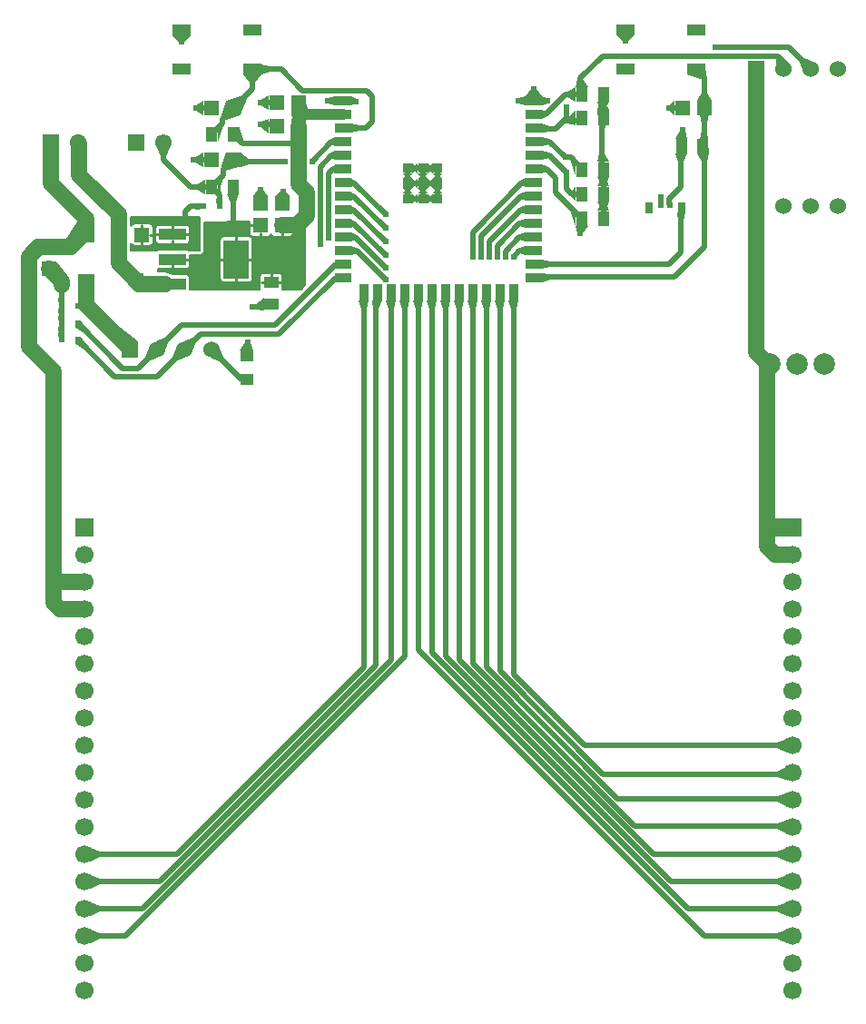
<source format=gtl>
G04 Layer: TopLayer*
G04 EasyEDA Pro v2.2.28.1, 2024-09-11 15:41:32*
G04 Gerber Generator version 0.3*
G04 Scale: 100 percent, Rotated: No, Reflected: No*
G04 Dimensions in millimeters*
G04 Leading zeros omitted, absolute positions, 3 integers and 5 decimals*
%FSLAX35Y35*%
%MOMM*%
%ADD10C,0.2032*%
%ADD11C,0.254*%
%ADD12R,1.13254X1.37701*%
%ADD13R,1.41X1.35001*%
%ADD14C,1.524*%
%ADD15R,1.524X1.524*%
%ADD16C,2.0*%
%ADD17R,1.55X1.55*%
%ADD18C,1.5538*%
%ADD19C,1.55*%
%ADD20R,1.35001X1.41*%
%ADD21R,0.6X0.6*%
%ADD22R,0.6X0.6*%
%ADD23R,2.49999X1.1*%
%ADD24R,2.34X3.59999*%
%ADD25R,1.41X1.35001*%
%ADD26R,1.35001X1.41*%
%ADD27R,1.5X0.9*%
%ADD28R,0.9X1.5*%
%ADD29R,0.9X0.9*%
%ADD30R,1.13254X1.37701*%
%ADD31R,1.25001X1.0*%
%ADD32R,1.37701X1.13254*%
%ADD33R,1.53901X2.06251*%
%ADD34R,1.7X1.0*%
%ADD35R,1.7X1.7*%
%ADD36C,1.7*%
%ADD37R,0.5X0.5*%
%ADD38R,0.7X1.0*%
%ADD39C,0.61*%
%ADD40C,0.4*%
%ADD41C,0.508*%
%ADD42C,1.016*%
G75*


G04 Copper Start*
G36*
G01X-2872486Y-2008765D02*
G01X-2872486Y-1927983D01*
G01X-2232664Y-1927983D01*
G01X-2232664Y-2240911D01*
G01X-2334303Y-2240911D01*
G03X-2356395Y-2233286I-22092J-28189D01*
G01X-2606394Y-2233286D01*
G03X-2628486Y-2240911I0J-35814D01*
G01X-2872486Y-2240911D01*
G01X-2872486Y-2182235D01*
G03X-2870200Y-2178054I-30211J19234D01*
G03X-2837703Y-2198814I32497J15053D01*
G01X-2696703Y-2198814D01*
G03X-2660889Y-2163000I0J35814D01*
G01X-2660889Y-2027999D01*
G03X-2696703Y-1992185I-35814J0D01*
G01X-2837703Y-1992185D01*
G03X-2870200Y-2012946I0J-35814D01*
G03X-2872486Y-2008765I-32497J-15053D01*
G37*
%LPC*%
G36*
G01X-2320581Y-2039103D02*
G03X-2356395Y-2003289I-35814J0D01*
G01X-2606394Y-2003289D01*
G03X-2642208Y-2039103I0J-35814D01*
G01X-2642208Y-2149103D01*
G03X-2606394Y-2184917I35814J0D01*
G01X-2356395Y-2184917D01*
G03X-2320581Y-2149103I0J35814D01*
G01X-2320581Y-2039103D01*
G37*
%LPD*%
G36*
G01X-2549102Y-2440686D02*
G01X-2618472Y-2440686D01*
G01X-2618511Y-2412802D01*
G03X-2606394Y-2414914I12117J33702D01*
G01X-2356395Y-2414914D01*
G03X-2320581Y-2379100I0J35814D01*
G01X-2320581Y-2286885D01*
G01X-2222504Y-2286885D01*
G03X-2186690Y-2251071I0J35814D01*
G01X-2186690Y-1978570D01*
G01X-1767014Y-1974945D01*
G01X-1767014Y-2079894D01*
G03X-1731200Y-2115708I35814J0D01*
G01X-1596199Y-2115708D01*
G03X-1562100Y-2090843I0J35814D01*
G03X-1528000Y-2115708I34100J10948D01*
G01X-1392999Y-2115708D01*
G03X-1357185Y-2079894I0J35814D01*
G01X-1357185Y-1971405D01*
G01X-1246387Y-1970448D01*
G01X-1246387Y-2566433D01*
G01X-1283536Y-2603582D01*
G01X-1457633Y-2603582D01*
G03X-1457435Y-2599827I-35617J3755D01*
G01X-1457435Y-2486574D01*
G03X-1493249Y-2450760I-35814J0D01*
G01X-1630951Y-2450760D01*
G03X-1666765Y-2486574I0J-35814D01*
G01X-1666765Y-2599827D01*
G03X-1666567Y-2603582I35814J0D01*
G01X-2320581Y-2603582D01*
G01X-2320581Y-2499097D01*
G03X-2356395Y-2463283I-35814J0D01*
G01X-2481635Y-2463283D01*
G03X-2549102Y-2440686I-67467J-89417D01*
G37*
%LPC*%
G36*
G01X-1734589Y-2144100D02*
G03X-1770403Y-2108286I-35814J0D01*
G01X-2004403Y-2108286D01*
G03X-2040217Y-2144100I0J-35814D01*
G01X-2040217Y-2504100D01*
G03X-2004403Y-2539914I35814J0D01*
G01X-1770403Y-2539914D01*
G03X-1734589Y-2504100I0J35814D01*
G01X-1734589Y-2144100D01*
G37*
%LPD*%
G54D10*
G01X-2872486Y-2008765D02*
G01X-2872486Y-1927983D01*
G01X-2232664Y-1927983D01*
G01X-2232664Y-2240911D01*
G01X-2334303Y-2240911D01*
G03X-2356395Y-2233286I-22092J-28189D01*
G01X-2606394Y-2233286D01*
G03X-2628486Y-2240911I0J-35814D01*
G01X-2872486Y-2240911D01*
G01X-2872486Y-2182235D01*
G03X-2870200Y-2178054I-30211J19234D01*
G03X-2837703Y-2198814I32497J15053D01*
G01X-2696703Y-2198814D01*
G03X-2660889Y-2163000I0J35814D01*
G01X-2660889Y-2027999D01*
G03X-2696703Y-1992185I-35814J0D01*
G01X-2837703Y-1992185D01*
G03X-2870200Y-2012946I0J-35814D01*
G03X-2872486Y-2008765I-32497J-15053D01*
G01X-2320581Y-2039103D02*
G03X-2356395Y-2003289I-35814J0D01*
G01X-2606394Y-2003289D01*
G03X-2642208Y-2039103I0J-35814D01*
G01X-2642208Y-2149103D01*
G03X-2606394Y-2184917I35814J0D01*
G01X-2356395Y-2184917D01*
G03X-2320581Y-2149103I0J35814D01*
G01X-2320581Y-2039103D01*
G01X-2549102Y-2440686D02*
G01X-2618472Y-2440686D01*
G01X-2618511Y-2412802D01*
G03X-2606394Y-2414914I12117J33702D01*
G01X-2356395Y-2414914D01*
G03X-2320581Y-2379100I0J35814D01*
G01X-2320581Y-2286885D01*
G01X-2222504Y-2286885D01*
G03X-2186690Y-2251071I0J35814D01*
G01X-2186690Y-1978570D01*
G01X-1767014Y-1974945D01*
G01X-1767014Y-2079894D01*
G03X-1731200Y-2115708I35814J0D01*
G01X-1596199Y-2115708D01*
G03X-1562100Y-2090843I0J35814D01*
G03X-1528000Y-2115708I34100J10948D01*
G01X-1392999Y-2115708D01*
G03X-1357185Y-2079894I0J35814D01*
G01X-1357185Y-1971405D01*
G01X-1246387Y-1970448D01*
G01X-1246387Y-2566433D01*
G01X-1283536Y-2603582D01*
G01X-1457633Y-2603582D01*
G03X-1457435Y-2599827I-35617J3755D01*
G01X-1457435Y-2486574D01*
G03X-1493249Y-2450760I-35814J0D01*
G01X-1630951Y-2450760D01*
G03X-1666765Y-2486574I0J-35814D01*
G01X-1666765Y-2599827D01*
G03X-1666567Y-2603582I35814J0D01*
G01X-2320581Y-2603582D01*
G01X-2320581Y-2499097D01*
G03X-2356395Y-2463283I-35814J0D01*
G01X-2481635Y-2463283D01*
G03X-2549102Y-2440686I-67467J-89417D01*
G01X-1734589Y-2144100D02*
G03X-1770403Y-2108286I-35814J0D01*
G01X-2004403Y-2108286D01*
G03X-2040217Y-2144100I0J-35814D01*
G01X-2040217Y-2504100D01*
G03X-2004403Y-2539914I35814J0D01*
G01X-1770403Y-2539914D01*
G03X-1734589Y-2504100I0J35814D01*
G01X-1734589Y-2144100D01*
G54D11*
G01X-2696957Y-2095500D02*
G01X-2671049Y-2095500D01*
G01X-2767203Y-2162746D02*
G01X-2767203Y-2188654D01*
G01X-2767203Y-2028253D02*
G01X-2767203Y-2002345D01*
G01X-2356649Y-2094103D02*
G01X-2330741Y-2094103D01*
G01X-2606140Y-2094103D02*
G01X-2632048Y-2094103D01*
G01X-2481395Y-2148849D02*
G01X-2481395Y-2174757D01*
G01X-2481395Y-2039357D02*
G01X-2481395Y-2013449D01*
G01X-1562100Y-2486828D02*
G01X-1562100Y-2460920D01*
G01X-1630697Y-2543200D02*
G01X-1656605Y-2543200D01*
G01X-1493503Y-2543200D02*
G01X-1467595Y-2543200D01*
G01X-1770657Y-2324100D02*
G01X-1744749Y-2324100D01*
G01X-2004149Y-2324100D02*
G01X-2030057Y-2324100D01*
G01X-1887403Y-2503846D02*
G01X-1887403Y-2529754D01*
G01X-1887403Y-2144354D02*
G01X-1887403Y-2118446D01*
G01X-1663700Y-2079640D02*
G01X-1663700Y-2105548D01*
G01X-1730946Y-2009394D02*
G01X-1756854Y-2009394D01*
G01X-1460500Y-2079640D02*
G01X-1460500Y-2105548D01*
G01X-1393253Y-2009394D02*
G01X-1367345Y-2009394D01*
G01X-2356649Y-2324100D02*
G01X-2330741Y-2324100D01*
G01X-2481395Y-2378846D02*
G01X-2481395Y-2404754D01*
G04 Copper End*

G04 TearDrop Start*
G36*
G01X1560500Y-1630951D02*
G01X1591727Y-1554751D01*
G01X1478473Y-1554751D01*
G01X1509700Y-1630951D01*
G01X1560500Y-1630951D01*
G37*
G36*
G01X1549400Y-1340849D02*
G01X1498600Y-1340849D01*
G01X1478473Y-1417049D01*
G01X1591727Y-1417049D01*
G01X1549400Y-1340849D01*
G37*
G36*
G01X1259389Y-1363168D02*
G01X1224592Y-1400213D01*
G01X1278473Y-1543897D01*
G01X1278473Y-1417049D01*
G01X1259389Y-1363168D01*
G37*
G36*
G01X1560500Y-1569449D02*
G01X1509700Y-1569449D01*
G01X1478473Y-1645649D01*
G01X1591727Y-1645649D01*
G01X1560500Y-1569449D01*
G37*
G36*
G01X1560500Y-1859551D02*
G01X1591727Y-1783351D01*
G01X1478473Y-1783351D01*
G01X1509700Y-1859551D01*
G01X1560500Y-1859551D01*
G37*
G36*
G01X1244600Y-1689100D02*
G01X1244600Y-1739900D01*
G01X1278473Y-1783351D01*
G01X1278473Y-1645649D01*
G01X1244600Y-1689100D01*
G37*
G36*
G01X1498600Y-932451D02*
G01X1549400Y-932451D01*
G01X1591727Y-856251D01*
G01X1478473Y-856251D01*
G01X1498600Y-932451D01*
G37*
G36*
G01X1202273Y-812800D02*
G01X1278473Y-856251D01*
G01X1278473Y-718549D01*
G01X1202273Y-762000D01*
G01X1202273Y-812800D01*
G37*
G36*
G01X1295400Y-642349D02*
G01X1278473Y-718549D01*
G01X1391727Y-718549D01*
G01X1346200Y-642349D01*
G01X1295400Y-642349D01*
G37*
G36*
G01X1498600Y-1117600D02*
G01X1549400Y-1117600D01*
G01X1591727Y-934449D01*
G01X1478473Y-934449D01*
G01X1498600Y-1117600D01*
G37*
G36*
G01X1498600Y-858249D02*
G01X1478473Y-934449D01*
G01X1591727Y-934449D01*
G01X1549400Y-858249D01*
G01X1498600Y-858249D01*
G37*
G36*
G01X1202273Y-1003300D02*
G01X1202273Y-1054100D01*
G01X1278473Y-1072151D01*
G01X1278473Y-939800D01*
G01X1202273Y-1003300D01*
G37*
G36*
G01X1560500Y-1798049D02*
G01X1509700Y-1798049D01*
G01X1478473Y-1874249D01*
G01X1591727Y-1874249D01*
G01X1560500Y-1798049D01*
G37*
G36*
G01X1295400Y-2082800D02*
G01X1346200Y-2082800D01*
G01X1391727Y-2011951D01*
G01X1278473Y-2011951D01*
G01X1295400Y-2082800D01*
G37*
G36*
G01X1224592Y-1870113D02*
G01X1278473Y-2011951D01*
G01X1278473Y-1874249D01*
G01X1246689Y-1820368D01*
G01X1224592Y-1870113D01*
G37*
G36*
G01X-2024561Y-1458817D02*
G01X-1988639Y-1494738D01*
G01X-1868600Y-1464500D01*
G01X-1986803Y-1329499D01*
G01X-2024561Y-1458817D01*
G37*
G36*
G01X-1769603Y-1435100D02*
G01X-1769603Y-1384300D01*
G01X-1845803Y-1329499D01*
G01X-1845803Y-1464500D01*
G01X-1769603Y-1435100D01*
G37*
G36*
G01X-2268997Y-1371600D02*
G01X-2268997Y-1422400D01*
G01X-2192797Y-1464500D01*
G01X-2192797Y-1329499D01*
G01X-2268997Y-1371600D01*
G37*
G36*
G01X-2125672Y-3238350D02*
G01X-2047262Y-3271859D01*
G01X-2011341Y-3235938D01*
G01X-2044850Y-3157528D01*
G01X-2125672Y-3238350D01*
G37*
G36*
G01X-2450950Y-3157528D02*
G01X-2484459Y-3235938D01*
G01X-2448538Y-3271859D01*
G01X-2370128Y-3238350D01*
G01X-2450950Y-3157528D01*
G37*
G36*
G01X-2299942Y-3176001D02*
G01X-2261233Y-3097254D01*
G01X-2292891Y-3057070D01*
G01X-2370676Y-3086217D01*
G01X-2299942Y-3176001D01*
G37*
G36*
G01X-2704950Y-3157528D02*
G01X-2738459Y-3235938D01*
G01X-2702538Y-3271859D01*
G01X-2624128Y-3238350D01*
G01X-2704950Y-3157528D01*
G37*
G36*
G01X-2552850Y-3167072D02*
G01X-2519341Y-3088662D01*
G01X-2555262Y-3052741D01*
G01X-2633672Y-3086250D01*
G01X-2552850Y-3167072D01*
G37*
G36*
G01X-3008975Y-2924455D02*
G01X-3120745Y-3028212D01*
G01X-2959100Y-3086100D01*
G01X-2806700Y-3086100D01*
G01X-3008975Y-2924455D01*
G37*
G36*
G01X3035300Y-2133600D02*
G01X3035300Y-1905000D01*
G01X2882900Y-1905000D01*
G01X2882900Y-2133600D01*
G01X3035300Y-2133600D01*
G37*
G36*
G01X3035300Y-1524000D02*
G01X2882900Y-1524000D01*
G01X2882900Y-1752600D01*
G01X3035300Y-1752600D01*
G01X3035300Y-1524000D01*
G37*
G36*
G01X3471872Y-470050D02*
G01X3393462Y-436541D01*
G01X3357541Y-472462D01*
G01X3391050Y-550872D01*
G01X3471872Y-470050D01*
G37*
G36*
G01X3263477Y-488928D02*
G01X3187701Y-418740D01*
G01X3144339Y-447221D01*
G01X3150079Y-503265D01*
G01X3263477Y-488928D01*
G37*
G36*
G01X3035300Y-850900D02*
G01X3035300Y-622300D01*
G01X2882900Y-622300D01*
G01X2882900Y-850900D01*
G01X3035300Y-850900D01*
G37*
G36*
G01X-3695700Y-1538000D02*
G01X-3543300Y-1538000D01*
G01X-3542000Y-1309400D01*
G01X-3696999Y-1309400D01*
G01X-3695700Y-1538000D01*
G37*
G36*
G01X-2623525Y-1283161D02*
G01X-2590800Y-1363650D01*
G01X-2540000Y-1363650D01*
G01X-2507275Y-1283161D01*
G01X-2623525Y-1283161D01*
G37*
G36*
G01X-1848361Y-1262561D02*
G01X-1812440Y-1226639D01*
G01X-1862673Y-1086849D01*
G01X-1862673Y-1224551D01*
G01X-1848361Y-1262561D01*
G37*
G36*
G01X-2037261Y-1037740D02*
G01X-2062673Y-1086849D01*
G01X-2062673Y-1224551D01*
G01X-2008792Y-1081113D01*
G01X-2037261Y-1037740D01*
G37*
G36*
G01X-1893900Y-1796051D02*
G01X-1862673Y-1719851D01*
G01X-1975927Y-1719851D01*
G01X-1944700Y-1796051D01*
G01X-1893900Y-1796051D01*
G37*
G36*
G01X-2032489Y-1528268D02*
G01X-2062673Y-1582149D01*
G01X-2062673Y-1719851D01*
G01X-2008792Y-1576413D01*
G01X-2032489Y-1528268D01*
G37*
G36*
G01X-2063867Y-1742354D02*
G01X-2027946Y-1706433D01*
G01X-2062673Y-1582149D01*
G01X-2062673Y-1719851D01*
G01X-2063867Y-1742354D01*
G37*
G36*
G01X-2252127Y-1625600D02*
G01X-2252127Y-1676400D01*
G01X-2175927Y-1719851D01*
G01X-2175927Y-1582149D01*
G01X-2252127Y-1625600D01*
G37*
G36*
G01X-1659397Y-1092200D02*
G01X-1583197Y-1147000D01*
G01X-1583197Y-1011999D01*
G01X-1659397Y-1041400D01*
G01X-1659397Y-1092200D01*
G37*
G36*
G01X-1659397Y-889000D02*
G01X-1583197Y-931100D01*
G01X-1583197Y-796099D01*
G01X-1659397Y-838200D01*
G01X-1659397Y-889000D01*
G37*
G36*
G01X-3571782Y-2582579D02*
G01X-3464018Y-2474815D01*
G01X-3564699Y-2343897D01*
G01X-3564699Y-2484897D01*
G01X-3571782Y-2582579D01*
G37*
G36*
G01X-3491293Y-2649700D02*
G01X-3542093Y-2649700D01*
G01X-3546693Y-2725900D01*
G01X-3486694Y-2725900D01*
G01X-3491293Y-2649700D01*
G37*
G36*
G01X-3491293Y-2862100D02*
G01X-3486694Y-2785900D01*
G01X-3546693Y-2785900D01*
G01X-3542093Y-2862100D01*
G01X-3491293Y-2862100D01*
G37*
G36*
G01X-3282825Y-2968961D02*
G01X-3336707Y-2891000D01*
G01X-3396706Y-2951000D01*
G01X-3318746Y-3004881D01*
G01X-3282825Y-2968961D01*
G37*
G36*
G01X-3491293Y-3027200D02*
G01X-3486694Y-2951000D01*
G01X-3546693Y-2951000D01*
G01X-3542093Y-3027200D01*
G01X-3491293Y-3027200D01*
G37*
G36*
G01X-3491293Y-2814800D02*
G01X-3542093Y-2814800D01*
G01X-3546693Y-2891000D01*
G01X-3486694Y-2891000D01*
G01X-3491293Y-2814800D01*
G37*
G36*
G01X-3282825Y-3121361D02*
G01X-3336707Y-3043400D01*
G01X-3396706Y-3103400D01*
G01X-3318746Y-3157281D01*
G01X-3282825Y-3121361D01*
G37*
G36*
G01X-3491293Y-2967200D02*
G01X-3542093Y-2967200D01*
G01X-3546693Y-3043400D01*
G01X-3486694Y-3043400D01*
G01X-3491293Y-2967200D01*
G37*
G36*
G01X-2071306Y-1724393D02*
G01X-2075906Y-1798800D01*
G01X-2015907Y-1798800D01*
G01X-2020506Y-1724393D01*
G01X-2071306Y-1724393D01*
G37*
G36*
G01X-2302093Y-1854200D02*
G01X-2225893Y-1858800D01*
G01X-2225893Y-1798800D01*
G01X-2302093Y-1803400D01*
G01X-2302093Y-1854200D01*
G37*
G36*
G01X-1422400Y-1689100D02*
G01X-1473200Y-1689100D01*
G01X-1528000Y-1732900D01*
G01X-1392999Y-1732900D01*
G01X-1422400Y-1689100D01*
G37*
G36*
G01X-1638300Y-1676400D02*
G01X-1689100Y-1676400D01*
G01X-1731200Y-1732900D01*
G01X-1596199Y-1732900D01*
G01X-1638300Y-1676400D01*
G37*
G36*
G01X-781164Y-869836D02*
G01X-781164Y-819036D01*
G01X-814978Y-799436D01*
G01X-814978Y-889436D01*
G01X-781164Y-869836D01*
G37*
G36*
G01X-1032967Y-819036D02*
G01X-1032967Y-869836D01*
G01X-964978Y-889436D01*
G01X-964978Y-799436D01*
G01X-1032967Y-819036D01*
G37*
G36*
G01X-738778Y-1123836D02*
G01X-738778Y-1073036D01*
G01X-814978Y-1053436D01*
G01X-814978Y-1143436D01*
G01X-738778Y-1123836D01*
G37*
G36*
G01X-996836Y-1250836D02*
G01X-964978Y-1270436D01*
G01X-964978Y-1180436D01*
G01X-996836Y-1200036D01*
G01X-996836Y-1250836D01*
G37*
G36*
G01X-996836Y-1377836D02*
G01X-964978Y-1397436D01*
G01X-964978Y-1307436D01*
G01X-996836Y-1327036D01*
G01X-996836Y-1377836D01*
G37*
G36*
G01X-984136Y-1504836D02*
G01X-964978Y-1524436D01*
G01X-964978Y-1434436D01*
G01X-984136Y-1454036D01*
G01X-984136Y-1504836D01*
G37*
G36*
G01X-793864Y-1631836D02*
G01X-793864Y-1581036D01*
G01X-814978Y-1561436D01*
G01X-814978Y-1651436D01*
G01X-793864Y-1631836D01*
G37*
G36*
G01X-793864Y-1758836D02*
G01X-793864Y-1708036D01*
G01X-814978Y-1688436D01*
G01X-814978Y-1778436D01*
G01X-793864Y-1758836D01*
G37*
G36*
G01X-793864Y-1885836D02*
G01X-793864Y-1835036D01*
G01X-814978Y-1815436D01*
G01X-814978Y-1905436D01*
G01X-793864Y-1885836D01*
G37*
G36*
G01X-793864Y-2012836D02*
G01X-793864Y-1962036D01*
G01X-814978Y-1942436D01*
G01X-814978Y-2032436D01*
G01X-793864Y-2012836D01*
G37*
G36*
G01X-781164Y-2139836D02*
G01X-781164Y-2089036D01*
G01X-814978Y-2069436D01*
G01X-814978Y-2159436D01*
G01X-781164Y-2139836D01*
G37*
G36*
G01X-767472Y-2216036D02*
G01X-814978Y-2196436D01*
G01X-814978Y-2286436D01*
G01X-767472Y-2266836D01*
G01X-767472Y-2216036D01*
G37*
G36*
G01X-673087Y-2786564D02*
G01X-653487Y-2710364D01*
G01X-743487Y-2710364D01*
G01X-723887Y-2786564D01*
G01X-673087Y-2786564D01*
G37*
G36*
G01X-558800Y-2786564D02*
G01X-526487Y-2710364D01*
G01X-616487Y-2710364D01*
G01X-609600Y-2786564D01*
G01X-558800Y-2786564D01*
G37*
G36*
G01X-419100Y-2786564D02*
G01X-399487Y-2710364D01*
G01X-489487Y-2710364D01*
G01X-469900Y-2786564D01*
G01X-419100Y-2786564D01*
G37*
G36*
G01X-292100Y-2786564D02*
G01X-272487Y-2710364D01*
G01X-362487Y-2710364D01*
G01X-342900Y-2786564D01*
G01X-292100Y-2786564D01*
G37*
G36*
G01X-165087Y-2786564D02*
G01X-145487Y-2710364D01*
G01X-235487Y-2710364D01*
G01X-215887Y-2786564D01*
G01X-165087Y-2786564D01*
G37*
G36*
G01X-38087Y-2786564D02*
G01X-18487Y-2710364D01*
G01X-108487Y-2710364D01*
G01X-88887Y-2786564D01*
G01X-38087Y-2786564D01*
G37*
G36*
G01X38113Y-2786564D02*
G01X88913Y-2786564D01*
G01X108513Y-2710364D01*
G01X18513Y-2710364D01*
G01X38113Y-2786564D01*
G37*
G36*
G01X215913Y-2786564D02*
G01X235513Y-2710364D01*
G01X145513Y-2710364D01*
G01X165113Y-2786564D01*
G01X215913Y-2786564D01*
G37*
G36*
G01X342913Y-2786564D02*
G01X362513Y-2710364D01*
G01X272513Y-2710364D01*
G01X292113Y-2786564D01*
G01X342913Y-2786564D01*
G37*
G36*
G01X469913Y-2786564D02*
G01X489513Y-2710364D01*
G01X399513Y-2710364D01*
G01X419113Y-2786564D01*
G01X469913Y-2786564D01*
G37*
G36*
G01X596913Y-2786564D02*
G01X616513Y-2710364D01*
G01X526513Y-2710364D01*
G01X546113Y-2786564D01*
G01X596913Y-2786564D01*
G37*
G36*
G01X723913Y-2786564D02*
G01X743513Y-2710364D01*
G01X653513Y-2710364D01*
G01X673113Y-2786564D01*
G01X723913Y-2786564D01*
G37*
G36*
G01X1041178Y-2463800D02*
G01X964978Y-2450436D01*
G01X964978Y-2540436D01*
G01X1041178Y-2514600D01*
G01X1041178Y-2463800D01*
G37*
G36*
G01X1041178Y-2393836D02*
G01X1041178Y-2343036D01*
G01X964978Y-2323436D01*
G01X964978Y-2413436D01*
G01X1041178Y-2393836D01*
G37*
G36*
G01X755764Y-2216036D02*
G01X755764Y-2266836D01*
G01X814978Y-2286436D01*
G01X814978Y-2196436D01*
G01X755764Y-2216036D01*
G37*
G36*
G01X755764Y-2089036D02*
G01X755764Y-2139836D01*
G01X814978Y-2159436D01*
G01X814978Y-2069436D01*
G01X755764Y-2089036D01*
G37*
G36*
G01X755764Y-1962036D02*
G01X755764Y-2012836D01*
G01X814978Y-2032436D01*
G01X814978Y-1942436D01*
G01X755764Y-1962036D01*
G37*
G36*
G01X768464Y-1835036D02*
G01X768464Y-1885836D01*
G01X814978Y-1905436D01*
G01X814978Y-1815436D01*
G01X768464Y-1835036D01*
G37*
G36*
G01X768464Y-1708036D02*
G01X768464Y-1758836D01*
G01X814978Y-1778436D01*
G01X814978Y-1688436D01*
G01X768464Y-1708036D01*
G37*
G36*
G01X781164Y-1631836D02*
G01X814978Y-1651436D01*
G01X814978Y-1561436D01*
G01X781164Y-1581036D01*
G01X781164Y-1631836D01*
G37*
G36*
G01X1009536Y-1504836D02*
G01X1009536Y-1454036D01*
G01X964978Y-1434436D01*
G01X964978Y-1524436D01*
G01X1009536Y-1504836D01*
G37*
G36*
G01X1034936Y-1377836D02*
G01X1034936Y-1327036D01*
G01X964978Y-1307436D01*
G01X964978Y-1397436D01*
G01X1034936Y-1377836D01*
G37*
G36*
G01X1034936Y-1250836D02*
G01X1034936Y-1200036D01*
G01X964978Y-1180436D01*
G01X964978Y-1270436D01*
G01X1034936Y-1250836D01*
G37*
G36*
G01X1041178Y-1130300D02*
G01X1041178Y-1079500D01*
G01X964978Y-1053436D01*
G01X964978Y-1143436D01*
G01X1041178Y-1130300D01*
G37*
G36*
G01X997064Y-996836D02*
G01X997064Y-946036D01*
G01X964978Y-926436D01*
G01X964978Y-1016436D01*
G01X997064Y-996836D01*
G37*
G36*
G01X747142Y-819036D02*
G01X747142Y-869836D01*
G01X814978Y-889436D01*
G01X814978Y-799436D01*
G01X747142Y-819036D01*
G37*
G36*
G01X914400Y-736600D02*
G01X863600Y-736600D01*
G01X814978Y-799436D01*
G01X964978Y-799436D01*
G01X914400Y-736600D01*
G37*
G36*
G01X1016623Y-869836D02*
G01X1016623Y-819036D01*
G01X964978Y-799436D01*
G01X964978Y-889436D01*
G01X1016623Y-869836D01*
G37*
G36*
G01X-175349Y-1686369D02*
G01X-124549Y-1686369D01*
G01X-104949Y-1661392D01*
G01X-194949Y-1661392D01*
G01X-175349Y-1686369D01*
G37*
G36*
G01X-219977Y-1590992D02*
G01X-219977Y-1641792D01*
G01X-194949Y-1661392D01*
G01X-194949Y-1571393D01*
G01X-219977Y-1590992D01*
G37*
G36*
G01X-79972Y-1641792D02*
G01X-79972Y-1590992D01*
G01X-104949Y-1571393D01*
G01X-104949Y-1661392D01*
G01X-79972Y-1641792D01*
G37*
G36*
G01X-124549Y-1546415D02*
G01X-175349Y-1546415D01*
G01X-194949Y-1571393D01*
G01X-104949Y-1571393D01*
G01X-124549Y-1546415D01*
G37*
G36*
G01X-315354Y-1686369D02*
G01X-264554Y-1686369D01*
G01X-244954Y-1661392D01*
G01X-334954Y-1661392D01*
G01X-315354Y-1686369D01*
G37*
G36*
G01X-219977Y-1641792D02*
G01X-219977Y-1590992D01*
G01X-244954Y-1571393D01*
G01X-244954Y-1661392D01*
G01X-219977Y-1641792D01*
G37*
G36*
G01X-264579Y-1546390D02*
G01X-315379Y-1546390D01*
G01X-334954Y-1571393D01*
G01X-244954Y-1571393D01*
G01X-264579Y-1546390D01*
G37*
G36*
G01X-35344Y-1686369D02*
G01X15456Y-1686369D01*
G01X35056Y-1661392D01*
G01X-54944Y-1661392D01*
G01X-35344Y-1686369D01*
G37*
G36*
G01X-79972Y-1590992D02*
G01X-79972Y-1641792D01*
G01X-54944Y-1661392D01*
G01X-54944Y-1571393D01*
G01X-79972Y-1590992D01*
G37*
G36*
G01X15456Y-1546415D02*
G01X-35344Y-1546415D01*
G01X-54944Y-1571393D01*
G01X35056Y-1571393D01*
G01X15456Y-1546415D01*
G37*
G36*
G01X-79972Y-1450988D02*
G01X-79972Y-1501788D01*
G01X-54944Y-1521388D01*
G01X-54944Y-1431388D01*
G01X-79972Y-1450988D01*
G37*
G36*
G01X-35344Y-1546365D02*
G01X15456Y-1546365D01*
G01X35056Y-1521388D01*
G01X-54944Y-1521388D01*
G01X-35344Y-1546365D01*
G37*
G36*
G01X-219977Y-1450988D02*
G01X-219977Y-1501788D01*
G01X-194949Y-1521388D01*
G01X-194949Y-1431388D01*
G01X-219977Y-1450988D01*
G37*
G36*
G01X-79972Y-1501788D02*
G01X-79972Y-1450988D01*
G01X-104949Y-1431388D01*
G01X-104949Y-1521388D01*
G01X-79972Y-1501788D01*
G37*
G36*
G01X-175349Y-1546365D02*
G01X-124549Y-1546365D01*
G01X-104949Y-1521388D01*
G01X-194949Y-1521388D01*
G01X-175349Y-1546365D01*
G37*
G36*
G01X-315354Y-1546365D02*
G01X-264554Y-1546365D01*
G01X-244954Y-1521388D01*
G01X-334954Y-1521388D01*
G01X-315354Y-1546365D01*
G37*
G36*
G01X-219977Y-1501788D02*
G01X-219977Y-1450988D01*
G01X-244954Y-1431388D01*
G01X-244954Y-1521388D01*
G01X-219977Y-1501788D01*
G37*
G36*
G01X-264554Y-1686420D02*
G01X-315354Y-1686420D01*
G01X-334954Y-1711397D01*
G01X-244954Y-1711397D01*
G01X-264554Y-1686420D01*
G37*
G36*
G01X-219977Y-1781797D02*
G01X-219977Y-1730997D01*
G01X-244954Y-1711397D01*
G01X-244954Y-1801397D01*
G01X-219977Y-1781797D01*
G37*
G36*
G01X-124549Y-1686420D02*
G01X-175349Y-1686420D01*
G01X-194949Y-1711397D01*
G01X-104949Y-1711397D01*
G01X-124549Y-1686420D01*
G37*
G36*
G01X-219977Y-1730997D02*
G01X-219977Y-1781797D01*
G01X-194949Y-1801397D01*
G01X-194949Y-1711397D01*
G01X-219977Y-1730997D01*
G37*
G36*
G01X-79972Y-1781797D02*
G01X-79972Y-1730997D01*
G01X-104949Y-1711397D01*
G01X-104949Y-1801397D01*
G01X-79972Y-1781797D01*
G37*
G36*
G01X15456Y-1686420D02*
G01X-35344Y-1686420D01*
G01X-54944Y-1711397D01*
G01X35056Y-1711397D01*
G01X15456Y-1686420D01*
G37*
G36*
G01X-79972Y-1730997D02*
G01X-79972Y-1781797D01*
G01X-54944Y-1801397D01*
G01X-54944Y-1711397D01*
G01X-79972Y-1730997D01*
G37*
G36*
G01X2235200Y-1415051D02*
G01X2286000Y-1415051D01*
G01X2320427Y-1338851D01*
G01X2207174Y-1338851D01*
G01X2235200Y-1415051D01*
G37*
G36*
G01X2298700Y-1124949D02*
G01X2247900Y-1124949D01*
G01X2207174Y-1201149D01*
G01X2320427Y-1201149D01*
G01X2298700Y-1124949D01*
G37*
G36*
G01X2451100Y-1415051D02*
G01X2501900Y-1415051D01*
G01X2520427Y-1338851D01*
G01X2407173Y-1338851D01*
G01X2451100Y-1415051D01*
G37*
G36*
G01X2451100Y-1124949D02*
G01X2407173Y-1338851D01*
G01X2520427Y-1338851D01*
G01X2501900Y-1124949D01*
G01X2451100Y-1124949D01*
G37*
G36*
G01X-2037261Y-998039D02*
G01X-2001339Y-1033961D01*
G01X-1859477Y-981900D01*
G01X-1986803Y-857780D01*
G01X-2037261Y-998039D01*
G37*
G36*
G01X-1830842Y-793018D02*
G01X-1974526Y-846899D01*
G01X-1845803Y-969623D01*
G01X-1791921Y-825939D01*
G01X-1830842Y-793018D01*
G37*
G36*
G01X-2260600Y-889000D02*
G01X-2260600Y-939800D01*
G01X-2192797Y-981900D01*
G01X-2192797Y-846899D01*
G01X-2260600Y-889000D01*
G37*
G36*
G01X2451100Y-1058100D02*
G01X2501900Y-1058100D01*
G01X2548397Y-846899D01*
G01X2407397Y-846899D01*
G01X2451100Y-1058100D01*
G37*
G36*
G01X2451100Y-770699D02*
G01X2407397Y-846899D01*
G01X2548397Y-846899D01*
G01X2501900Y-770699D01*
G01X2451100Y-770699D01*
G37*
G36*
G01X2146300Y-889000D02*
G01X2146300Y-939800D01*
G01X2201403Y-981900D01*
G01X2201403Y-846899D01*
G01X2146300Y-889000D01*
G37*
G36*
G01X-1752600Y-3098800D02*
G01X-1803400Y-3098800D01*
G01X-1853201Y-3171685D01*
G01X-1728199Y-3171685D01*
G01X-1752600Y-3098800D01*
G37*
G36*
G01X-1707151Y-2743200D02*
G01X-1707151Y-2794000D01*
G01X-1630951Y-2799827D01*
G01X-1630951Y-2686573D01*
G01X-1707151Y-2743200D01*
G37*
G36*
G01X-3213100Y-2751894D02*
G01X-3212349Y-2668525D01*
G01X-3366251Y-2668525D01*
G01X-3365500Y-2751894D01*
G01X-3213100Y-2751894D01*
G37*
G36*
G01X-3379157Y-2262285D02*
G01X-3366251Y-2167790D01*
G01X-3366251Y-1961539D01*
G01X-3486920Y-2154521D01*
G01X-3379157Y-2262285D01*
G37*
G36*
G01X-3365500Y-1943100D02*
G01X-3366251Y-1961539D01*
G01X-3212349Y-1961539D01*
G01X-3213100Y-1943100D01*
G01X-3365500Y-1943100D01*
G37*
G36*
G01X-2425497Y-291443D02*
G01X-2374697Y-291443D01*
G01X-2315097Y-233281D01*
G01X-2485097Y-233281D01*
G01X-2425497Y-291443D01*
G37*
G36*
G01X-1765503Y-679519D02*
G01X-1714703Y-679519D01*
G01X-1655103Y-603319D01*
G01X-1825103Y-603319D01*
G01X-1765503Y-679519D01*
G37*
G36*
G01X-1578903Y-527919D02*
G01X-1655103Y-503319D01*
G01X-1655103Y-603319D01*
G01X-1578903Y-578719D01*
G01X-1578903Y-527919D01*
G37*
G36*
G01X1714703Y-285701D02*
G01X1765503Y-285701D01*
G01X1825103Y-233281D01*
G01X1655103Y-233281D01*
G01X1714703Y-285701D01*
G37*
G36*
G01X2458539Y-647682D02*
G01X2494461Y-611761D01*
G01X2485097Y-512595D01*
G01X2315097Y-603319D01*
G01X2458539Y-647682D01*
G37*
G36*
G01X-3245778Y-7937750D02*
G01X-3157500Y-7899400D01*
G01X-3157500Y-7848600D01*
G01X-3245778Y-7810250D01*
G01X-3245778Y-7937750D01*
G37*
G36*
G01X-3245778Y-8191750D02*
G01X-3157500Y-8153400D01*
G01X-3157500Y-8102600D01*
G01X-3245778Y-8064250D01*
G01X-3245778Y-8191750D01*
G37*
G36*
G01X-3245778Y-8445750D02*
G01X-3157500Y-8407400D01*
G01X-3157500Y-8356600D01*
G01X-3245778Y-8318250D01*
G01X-3245778Y-8445750D01*
G37*
G36*
G01X-3245778Y-8699750D02*
G01X-3157500Y-8661400D01*
G01X-3157500Y-8610600D01*
G01X-3245778Y-8572250D01*
G01X-3245778Y-8699750D01*
G37*
G36*
G01X3060700Y-4749800D02*
G01X3060700Y-4902200D01*
G01X3217000Y-4911000D01*
G01X3217000Y-4741000D01*
G01X3060700Y-4749800D01*
G37*
G36*
G01X3245778Y-6794250D02*
G01X3157500Y-6832600D01*
G01X3157500Y-6883400D01*
G01X3245778Y-6921750D01*
G01X3245778Y-6794250D01*
G37*
G36*
G01X3236884Y-7057366D02*
G01X3153941Y-7099300D01*
G01X3161617Y-7150100D01*
G01X3255934Y-7183434D01*
G01X3236884Y-7057366D01*
G37*
G36*
G01X3255934Y-7294566D02*
G01X3161617Y-7327900D01*
G01X3153941Y-7378700D01*
G01X3236884Y-7420634D01*
G01X3255934Y-7294566D01*
G37*
G36*
G01X3255934Y-7548566D02*
G01X3161617Y-7581900D01*
G01X3153941Y-7632700D01*
G01X3236884Y-7674634D01*
G01X3255934Y-7548566D01*
G37*
G36*
G01X3245778Y-7810250D02*
G01X3157500Y-7848600D01*
G01X3157500Y-7899400D01*
G01X3245778Y-7937750D01*
G01X3245778Y-7810250D01*
G37*
G36*
G01X3245778Y-8064250D02*
G01X3157500Y-8102600D01*
G01X3157500Y-8153400D01*
G01X3245778Y-8191750D01*
G01X3245778Y-8064250D01*
G37*
G36*
G01X3245778Y-8318250D02*
G01X3157500Y-8356600D01*
G01X3157500Y-8407400D01*
G01X3245778Y-8445750D01*
G01X3245778Y-8318250D01*
G37*
G36*
G01X3245778Y-8572250D02*
G01X3157500Y-8610600D01*
G01X3157500Y-8661400D01*
G01X3245778Y-8699750D01*
G01X3245778Y-8572250D01*
G37*
G36*
G01X2286000Y-1967293D02*
G01X2298089Y-1891093D01*
G01X2228089Y-1891093D01*
G01X2235200Y-1967293D01*
G01X2286000Y-1967293D01*
G37*
G04 TearDrop End*

G04 Pad Start*
G54D12*
G01X1535100Y-1485900D03*
G01X1335100Y-1485900D03*
G01X1535100Y-1714500D03*
G01X1335100Y-1714500D03*
G01X1535100Y-787400D03*
G01X1335100Y-787400D03*
G01X1535100Y-1003300D03*
G01X1335100Y-1003300D03*
G01X1535100Y-1943100D03*
G01X1335100Y-1943100D03*
G54D13*
G01X-1916303Y-1397000D03*
G01X-2122297Y-1397000D03*
G54D14*
G01X-2120900Y-3162300D03*
G01X-2374900Y-3162300D03*
G01X-2628900Y-3162300D03*
G54D15*
G01X-2882900Y-3162300D03*
G54D16*
G01X3092449Y-3302000D03*
G01X3346449Y-3302000D03*
G01X3600449Y-3302000D03*
G54D14*
G01X3721100Y-1828800D03*
G01X3467100Y-1828800D03*
G01X3213100Y-1828800D03*
G54D15*
G01X2959100Y-1828800D03*
G54D14*
G01X3721100Y-546100D03*
G01X3467100Y-546100D03*
G01X3213100Y-546100D03*
G54D15*
G01X2959100Y-546100D03*
G54D17*
G01X-3619500Y-1231900D03*
G54D19*
G01X-3365500Y-1231900D03*
G54D17*
G01X-2819400Y-1231900D03*
G54D19*
G01X-2565400Y-1231900D03*
G54D12*
G01X-1919300Y-1155700D03*
G01X-2119300Y-1155700D03*
G01X-1919300Y-1651000D03*
G01X-2119300Y-1651000D03*
G54D13*
G01X-1306703Y-1079500D03*
G01X-1512697Y-1079500D03*
G01X-1306703Y-863600D03*
G01X-1512697Y-863600D03*
G54D20*
G01X-3632200Y-2208403D03*
G01X-3632200Y-2414397D03*
G54D21*
G01X-3366706Y-2755900D03*
G54D22*
G01X-3516693Y-2755900D03*
G54D21*
G01X-3366706Y-2921000D03*
G54D22*
G01X-3516693Y-2921000D03*
G54D21*
G01X-3366706Y-3073400D03*
G54D22*
G01X-3516693Y-3073400D03*
G54D21*
G01X-2045906Y-1828800D03*
G54D22*
G01X-2195893Y-1828800D03*
G54D23*
G01X-2481395Y-2094103D03*
G01X-2481395Y-2324100D03*
G01X-2481395Y-2554097D03*
G54D24*
G01X-1887403Y-2324100D03*
G54D25*
G01X-2973197Y-2095500D03*
G01X-2767203Y-2095500D03*
G54D26*
G01X-1460500Y-2009394D03*
G01X-1460500Y-1803400D03*
G01X-1663700Y-2009394D03*
G01X-1663700Y-1803400D03*
G54D27*
G01X-889978Y-844436D03*
G01X-889978Y-971436D03*
G01X-889978Y-1098436D03*
G01X-889978Y-1225436D03*
G01X-889978Y-1352436D03*
G01X-889978Y-1479436D03*
G01X-889978Y-1606436D03*
G01X-889978Y-1733436D03*
G01X-889978Y-1860436D03*
G01X-889978Y-1987436D03*
G01X-889978Y-2114436D03*
G01X-889978Y-2241436D03*
G01X-889978Y-2368436D03*
G01X-889978Y-2495436D03*
G54D28*
G01X-698487Y-2635364D03*
G01X-571487Y-2635364D03*
G01X-444487Y-2635364D03*
G01X-317487Y-2635364D03*
G01X-190487Y-2635364D03*
G01X-63487Y-2635364D03*
G01X63513Y-2635364D03*
G01X190513Y-2635364D03*
G01X317513Y-2635364D03*
G01X444513Y-2635364D03*
G01X571513Y-2635364D03*
G01X698513Y-2635364D03*
G54D27*
G01X889978Y-2495436D03*
G01X889978Y-2368436D03*
G01X889978Y-2241436D03*
G01X889978Y-2114436D03*
G01X889978Y-1987436D03*
G01X889978Y-1860436D03*
G01X889978Y-1733436D03*
G01X889978Y-1606436D03*
G01X889978Y-1479436D03*
G01X889978Y-1352436D03*
G01X889978Y-1225436D03*
G01X889978Y-1098436D03*
G01X889978Y-971436D03*
G01X889978Y-844436D03*
G54D29*
G01X-149949Y-1616392D03*
G01X-289954Y-1616392D03*
G01X-9944Y-1616392D03*
G01X-9944Y-1476388D03*
G01X-149949Y-1476388D03*
G01X-289954Y-1476388D03*
G01X-289954Y-1756397D03*
G01X-149949Y-1756397D03*
G01X-9944Y-1756397D03*
G54D30*
G01X2263800Y-1270000D03*
G01X2463800Y-1270000D03*
G54D13*
G01X-1916303Y-914400D03*
G01X-2122297Y-914400D03*
G01X2477897Y-914400D03*
G01X2271903Y-914400D03*
G54D31*
G01X-1790700Y-3221685D03*
G01X-1790700Y-3441700D03*
G54D32*
G01X-1562100Y-2543200D03*
G01X-1562100Y-2743200D03*
G54D33*
G01X-3289300Y-2565400D03*
G01X-3289300Y-2064664D03*
G54D34*
G01X-2400097Y-183281D03*
G01X-1740103Y-183279D03*
G01X-2400097Y-553321D03*
G01X-1740103Y-553319D03*
G01X1740103Y-183281D03*
G01X2400097Y-183279D03*
G01X1740103Y-553321D03*
G01X2400097Y-553319D03*
G54D35*
G01X-3302000Y-4826000D03*
G54D36*
G01X-3302000Y-5080000D03*
G01X-3302000Y-5334000D03*
G01X-3302000Y-5588000D03*
G01X-3302000Y-5842000D03*
G01X-3302000Y-6096000D03*
G01X-3302000Y-6350000D03*
G01X-3302000Y-6604000D03*
G01X-3302000Y-6858000D03*
G01X-3302000Y-7112000D03*
G01X-3302000Y-7366000D03*
G01X-3302000Y-7620000D03*
G01X-3302000Y-7874000D03*
G01X-3302000Y-8128000D03*
G01X-3302000Y-8382000D03*
G01X-3302000Y-8636000D03*
G01X-3302000Y-8890000D03*
G01X-3302000Y-9144000D03*
G54D35*
G01X3302000Y-4826000D03*
G54D36*
G01X3302000Y-5080000D03*
G01X3302000Y-5334000D03*
G01X3302000Y-5588000D03*
G01X3302000Y-5842000D03*
G01X3302000Y-6096000D03*
G01X3302000Y-6350000D03*
G01X3302000Y-6604000D03*
G01X3302000Y-6858000D03*
G01X3302000Y-7112000D03*
G01X3302000Y-7366000D03*
G01X3302000Y-7620000D03*
G01X3302000Y-7874000D03*
G01X3302000Y-8128000D03*
G01X3302000Y-8382000D03*
G01X3302000Y-8636000D03*
G01X3302000Y-8890000D03*
G01X3302000Y-9144000D03*
G54D37*
G01X2155088Y-1816100D03*
G54D38*
G01X2263089Y-1841094D03*
G01X1962099Y-1841094D03*
G54D37*
G01X2070100Y-1816100D03*
G04 Pad End*

G04 Via Start*
G54D39*
G01X-1104900Y-2184400D03*
G01X-1028700Y-2120900D03*
G01X-495300Y-1905000D03*
G01X-495300Y-2032000D03*
G01X-495300Y-2159000D03*
G01X-495300Y-2286000D03*
G01X-495300Y-2400300D03*
G01X-495300Y-2514600D03*
G01X317500Y-2298700D03*
G01X393700Y-2298700D03*
G01X469900Y-2298700D03*
G01X546100Y-2298700D03*
G01X622300Y-2298700D03*
G01X698500Y-2298700D03*
G01X-774700Y-850900D03*
G01X-1032967Y-844436D03*
G01X1016623Y-844436D03*
G01X747142Y-844436D03*
G01X889000Y-736600D03*
G01X-2362200Y-1968500D03*
G01X-2755900Y-1955800D03*
G01X-2362200Y-2209800D03*
G01X-2755900Y-2222500D03*
G01X-2578100Y-2209800D03*
G01X-1803400Y-2057400D03*
G01X-1917700Y-1993900D03*
G01X-1841500Y-1993900D03*
G01X-1879600Y-2057400D03*
G01X-2286000Y-2095500D03*
G01X-1663700Y-863600D03*
G01X-1663700Y-1066800D03*
G01X-2400097Y-291443D03*
G01X-2260600Y-914400D03*
G01X-2286000Y-1397000D03*
G01X-1955800Y-2057400D03*
G01X-3517900Y-2565400D03*
G01X-1447800Y-1689100D03*
G01X1740103Y-285701D03*
G01X1320800Y-2082800D03*
G01X2273300Y-1117600D03*
G01X2146300Y-914400D03*
G01X1193800Y-901700D03*
G01X2578100Y-342900D03*
G01X1193800Y-1511300D03*
G01X1524000Y-1117600D03*
G01X1181100Y-1371600D03*
G01X-2794000Y-2552700D03*
G01X-2854867Y-2491833D03*
G01X-2781300Y-2476500D03*
G01X-1435100Y-1409700D03*
G01X-1181100Y-1409700D03*
G01X-1739900Y-2768600D03*
G01X-1778000Y-3098800D03*
G01X-2578100Y-1968500D03*
G01X-1663700Y-1676400D03*
G01X2070100Y-1739900D03*
G54D40*
G01X-149974Y-1546390D03*
G01X-149974Y-1686395D03*
G01X-9969Y-1686395D03*
G01X-9969Y-1546390D03*
G01X-79972Y-1476388D03*
G01X-79972Y-1616392D03*
G01X-79972Y-1756397D03*
G01X-289979Y-1686395D03*
G01X-289979Y-1546390D03*
G01X-219977Y-1476388D03*
G01X-219977Y-1616392D03*
G01X-219977Y-1756397D03*
G04 Via End*

G04 Track Start*
G54D14*
G01X-2882900Y-3158294D02*
G01X-2882900Y-3162300D01*
G01X-3365500Y-1231900D02*
G01X-3352800Y-1244600D01*
G01X-2794000Y-2552700D02*
G01X-2549102Y-2552700D01*
G01X-3619500Y-1612900D02*
G01X-3619500Y-1231900D01*
G01X-3352800Y-1244600D02*
G01X-3352800Y-1536700D01*
G01X-2984500Y-1905000D01*
G01X-2984500Y-2362200D01*
G01X-3289300Y-2536368D02*
G01X-3289300Y-2751894D01*
G01X-2882900Y-3158294D01*
G01X-3289300Y-2064664D02*
G01X-3289300Y-1943100D01*
G01X-3619500Y-1612900D01*
G54D41*
G01X-63487Y-2635364D02*
G01X-63487Y-5994413D01*
G01X2324100Y-8382000D02*
G01X3302000Y-8382000D01*
G01X-63487Y-5994413D02*
G01X2324100Y-8382000D01*
G01X3302000Y-8128000D02*
G01X2163495Y-8128000D01*
G01X63513Y-6028018D01*
G01X63513Y-2635364D01*
G01X3289300Y-7353300D02*
G01X3302000Y-7366000D01*
G01X3289300Y-7124700D02*
G01X3302000Y-7112000D01*
G01X3289300Y-7607300D02*
G01X3302000Y-7620000D01*
G01X-317500Y-2635377D02*
G01X-317500Y-6028005D01*
G01X-444500Y-2635377D02*
G01X-444500Y-6061611D01*
G01X-571487Y-2635364D02*
G01X-584200Y-2648077D01*
G01X-584200Y-6107916D01*
G01X-698487Y-2635364D02*
G01X-698487Y-6128809D01*
G01X190513Y-2635364D02*
G01X190513Y-6061623D01*
G01X2002889Y-7874000D01*
G01X3302000Y-7874000D01*
G01X317513Y-2635364D02*
G01X317513Y-6095229D01*
G01X1829584Y-7607300D01*
G01X3289300Y-7607300D01*
G01X444513Y-2635364D02*
G01X444513Y-6128834D01*
G01X1668979Y-7353300D01*
G01X3289300Y-7353300D01*
G01X571513Y-2635364D02*
G01X571513Y-6162439D01*
G01X1533773Y-7124700D01*
G01X3289300Y-7124700D01*
G01X698513Y-2635364D02*
G01X698513Y-6196045D01*
G01X1360468Y-6858000D01*
G01X3302000Y-6858000D01*
G01X-2362200Y-3162300D02*
G01X-2374900Y-3162300D01*
G01X-3366706Y-2921000D02*
G01X-2947606Y-3340100D01*
G01X-2806700Y-3340100D01*
G01X-2628900Y-3162300D01*
G01X-3366706Y-3073400D02*
G01X-3023806Y-3416300D01*
G01X-2628900Y-3416300D02*
G01X-2374900Y-3162300D01*
G01X-3023806Y-3416300D02*
G01X-2628900Y-3416300D01*
G54D14*
G01X-3289300Y-2064664D02*
G01X-3433039Y-2208403D01*
G01X-3632200Y-2208403D01*
G54D41*
G01X698500Y-2298700D02*
G01X755764Y-2241436D01*
G01X889978Y-2241436D01*
G54D42*
G01X-1306703Y-914400D02*
G01X-1295400Y-925703D01*
G54D41*
G01X-1032967Y-844436D02*
G01X-889978Y-844436D01*
G01X-774700Y-850900D02*
G01X-781164Y-844436D01*
G01X-889978Y-844436D01*
G01X747142Y-844436D02*
G01X889978Y-844436D01*
G01X1016623Y-844436D02*
G01X889978Y-844436D01*
G01X889000Y-736600D02*
G01X889000Y-843458D01*
G01X889978Y-844436D01*
G01X-2565400Y-1231900D02*
G01X-2565400Y-1397000D01*
G01X-2311400Y-1651000D02*
G01X-2119300Y-1651000D01*
G01X-1919300Y-1651000D02*
G01X-1919300Y-1992300D01*
G01X-1917700Y-1993900D01*
G54D42*
G01X-1295400Y-971436D02*
G01X-889978Y-971436D01*
G54D14*
G01X-1295400Y-971436D02*
G01X-1295400Y-925703D01*
G54D41*
G01X-1512697Y-1079500D02*
G01X-1525397Y-1066800D01*
G01X-1663700Y-1066800D01*
G01X-1512697Y-863600D02*
G01X-1663700Y-863600D01*
G01X-1917700Y-914400D02*
G01X-1916303Y-914400D01*
G01X-2119300Y-1155700D02*
G01X-2019300Y-1055700D01*
G01X-2019300Y-1016000D01*
G01X-1917700Y-914400D01*
G01X-2119300Y-1651000D02*
G01X-2006600Y-1538300D01*
G01X-2006600Y-1476777D01*
G01X-1926823Y-1397000D01*
G54D14*
G01X-3517900Y-2565400D02*
G01X-3517900Y-2528697D01*
G54D41*
G01X-3516693Y-2566606D02*
G01X-3516693Y-2755900D01*
G01X-3516693Y-2921000D01*
G01X-3516693Y-3073400D01*
G01X-2286000Y-1397000D02*
G01X-2122297Y-1397000D01*
G01X-2260600Y-914400D02*
G01X-2122297Y-914400D01*
G01X-2400097Y-291443D02*
G01X-2400097Y-183281D01*
G01X-1916303Y-914400D02*
G01X-1740103Y-738200D01*
G01X-1740103Y-553319D01*
G01X-1465981Y-553319D01*
G01X-1270000Y-749300D01*
G01X-1447800Y-1689100D02*
G01X-1447800Y-1790700D01*
G01X-1460500Y-1803400D01*
G54D14*
G01X-1460500Y-2009394D02*
G01X-1323594Y-2009394D01*
G54D41*
G01X-679336Y-1098436D02*
G01X-889978Y-1098436D01*
G01X1740103Y-285701D02*
G01X1740103Y-183281D01*
G01X889978Y-2495436D02*
G01X896214Y-2489200D01*
G01X1524000Y-839800D02*
G01X1522400Y-838200D01*
G01X1524000Y-1117600D02*
G01X1524000Y-1539900D01*
G01X1535100Y-1551000D01*
G01X896442Y-1104900D02*
G01X889978Y-1098436D01*
G01X2476500Y-629722D02*
G01X2400097Y-553319D01*
G01X896214Y-2489200D02*
G01X2197100Y-2489200D01*
G01X2476500Y-2209800D01*
G01X1320800Y-2082800D02*
G01X1320800Y-1930400D01*
G01X1535100Y-1551000D02*
G01X1535100Y-1714500D01*
G01X1535100Y-1943100D01*
G01X1244600Y-1714500D02*
G01X1335100Y-1714500D01*
G01X1193800Y-1663700D02*
G01X1244600Y-1714500D01*
G01X1034936Y-1225436D02*
G01X889978Y-1225436D01*
G01X1181100Y-1371600D02*
G01X1034936Y-1225436D01*
G01X1009536Y-1479436D02*
G01X889978Y-1479436D01*
G01X1034936Y-1352436D02*
G01X889978Y-1352436D01*
G01X1193800Y-1511300D02*
G01X1193800Y-1663700D01*
G54D14*
G01X-3517900Y-2528697D02*
G01X-3632200Y-2414397D01*
G01X-3632200Y-2208403D02*
G01X-3732403Y-2208403D01*
G01X-3822700Y-2298700D01*
G01X-2984500Y-2362200D02*
G01X-2854867Y-2491833D01*
G01X-2794000Y-2552700D02*
G01X-2854867Y-2491833D01*
G54D41*
G01X1335100Y-787400D02*
G01X1320800Y-773100D01*
G01X1320800Y-635000D01*
G01X1524000Y-1117600D02*
G01X1524000Y-839800D01*
G54D14*
G01X-1306703Y-1626997D02*
G01X-1231713Y-1701987D01*
G01X-1231713Y-1917513D02*
G01X-1323594Y-2009394D01*
G01X-1231713Y-1701987D02*
G01X-1231713Y-1917513D01*
G54D41*
G01X-1435100Y-1409700D02*
G01X-1903603Y-1409700D01*
G01X1193800Y-1511300D02*
G01X1034936Y-1352436D01*
G01X2578100Y-342900D02*
G01X3263900Y-342900D01*
G01X3467100Y-546100D01*
G01X1320800Y-635000D02*
G01X1526540Y-429260D01*
G01X3162300Y-429260D01*
G01X3213100Y-480060D01*
G01X3213100Y-546100D01*
G54D14*
G01X2959100Y-546100D02*
G01X2959100Y-1828800D01*
G54D41*
G01X1335100Y-787400D02*
G01X1181100Y-787400D01*
G01X997064Y-971436D01*
G01X889978Y-971436D01*
G01X1309700Y-1028700D02*
G01X1335100Y-1003300D01*
G01X1181100Y-1028700D02*
G01X1309700Y-1028700D01*
G01X1181100Y-1016000D02*
G01X1092200Y-1104900D01*
G01X896442Y-1104900D01*
G01X1181100Y-1016000D02*
G01X1181100Y-1028700D01*
G01X1193800Y-901700D02*
G01X1193800Y-1003300D01*
G01X-1903603Y-1409700D02*
G01X-1916303Y-1397000D01*
G01X-889978Y-1225436D02*
G01X-996836Y-1225436D01*
G01X-1181100Y-1409700D01*
G01X-889978Y-2495436D02*
G01X-961820Y-2495436D01*
G01X-961820Y-2368436D02*
G01X-889978Y-2368436D01*
G01X-961820Y-2495436D02*
G01X-1488984Y-3022600D01*
G01X-2222500Y-3022600D01*
G01X-2362200Y-3162300D01*
G01X-2628900Y-3162300D02*
G01X-2400300Y-2933700D01*
G01X-1527084Y-2933700D01*
G01X-961820Y-2368436D01*
G01X-1778000Y-3098800D02*
G01X-1778000Y-3208985D01*
G01X-1790700Y-3221685D01*
G01X-1739900Y-2768600D02*
G01X-1587500Y-2768600D01*
G01X-1562100Y-2743200D01*
G01X-2120900Y-3162300D02*
G01X-1841500Y-3441700D01*
G01X-1790700Y-3441700D01*
G01X-1270000Y-749300D02*
G01X-673100Y-749300D01*
G01X-622300Y-800100D01*
G01X-622300Y-1041400D01*
G01X-679336Y-1098436D01*
G01X-1830400Y-1244600D02*
G01X-1919300Y-1155700D01*
G01X-1306703Y-1205103D02*
G01X-1346200Y-1244600D01*
G01X-1830400Y-1244600D01*
G54D14*
G01X-1306703Y-1079500D02*
G01X-1306703Y-1205103D01*
G01X-1306703Y-1626997D01*
G54D41*
G01X1181100Y-1371600D02*
G01X1231900Y-1371600D01*
G01X1346200Y-1485900D01*
G01X1320800Y-1930400D02*
G01X1092200Y-1701800D01*
G01X1092200Y-1562100D01*
G01X1009536Y-1479436D01*
G01X-190487Y-2635364D02*
G01X-190487Y-5969013D01*
G01X2476500Y-8636000D01*
G01X3302000Y-8636000D01*
G54D14*
G01X-3594100Y-5334000D02*
G01X-3302000Y-5334000D01*
G01X-3594100Y-5334000D02*
G01X-3594100Y-5524500D01*
G01X-3530600Y-5588000D01*
G01X-3302000Y-5588000D01*
G01X-3594100Y-5334000D02*
G01X-3594100Y-3365500D01*
G01X-3822700Y-3136900D01*
G01X-3822700Y-2298700D01*
G54D41*
G01X-2925495Y-8636000D02*
G01X-3302000Y-8636000D01*
G01X-2925495Y-8636000D02*
G01X-317500Y-6028005D01*
G01X-2764889Y-8382000D02*
G01X-3302000Y-8382000D01*
G01X-2764889Y-8382000D02*
G01X-444500Y-6061611D01*
G01X-2604284Y-8128000D02*
G01X-3302000Y-8128000D01*
G01X-2604284Y-8128000D02*
G01X-584200Y-6107916D01*
G01X-2443679Y-7874000D02*
G01X-3224493Y-7874000D01*
G01X-2443679Y-7874000D02*
G01X-698487Y-6128809D01*
G01X-2565400Y-1397000D02*
G01X-2311400Y-1651000D01*
G01X-2045906Y-1828800D02*
G01X-2045906Y-1724393D01*
G01X-2119300Y-1651000D01*
G01X-2195893Y-1828800D02*
G01X-2311400Y-1828800D01*
G01X-2362200Y-1879600D01*
G01X-2362200Y-1968500D01*
G54D14*
G01X3302000Y-5080000D02*
G01X3136900Y-5080000D01*
G01X3060700Y-5003800D01*
G01X3060700Y-4826000D02*
G01X3302000Y-4826000D01*
G01X3060700Y-5003800D02*
G01X3060700Y-4826000D01*
G01X3060700Y-3333749D01*
G01X3092449Y-3302000D01*
G01X2959100Y-1828800D02*
G01X2959100Y-3187700D01*
G01X3073400Y-3302000D01*
G01X3092449Y-3302000D01*
G54D41*
G01X-1663700Y-1676400D02*
G01X-1663700Y-1803400D01*
G01X622300Y-2298700D02*
G01X622300Y-2247900D01*
G01X755764Y-2114436D01*
G01X889978Y-2114436D01*
G01X469900Y-2298700D02*
G01X469900Y-2159000D01*
G01X768464Y-1860436D01*
G01X889978Y-1860436D01*
G01X546100Y-2298700D02*
G01X546100Y-2197100D01*
G01X755764Y-1987436D01*
G01X889978Y-1987436D01*
G01X393700Y-2298700D02*
G01X393700Y-2108200D01*
G01X768464Y-1733436D01*
G01X889978Y-1733436D01*
G01X889978Y-1606436D02*
G01X781164Y-1606436D01*
G01X317500Y-2070100D01*
G01X317500Y-2298700D01*
G01X-289954Y-1686369D02*
G01X-289954Y-1616392D01*
G01X-289954Y-1686420D02*
G01X-289954Y-1756397D01*
G01X-289954Y-1546365D02*
G01X-289954Y-1476388D01*
G01X-289979Y-1546390D02*
G01X-289979Y-1616367D01*
G01X-149949Y-1546415D02*
G01X-149949Y-1616392D01*
G01X-149949Y-1546365D02*
G01X-149949Y-1476388D01*
G01X-149949Y-1686369D02*
G01X-149949Y-1616392D01*
G01X-149949Y-1686420D02*
G01X-149949Y-1756397D01*
G01X-9944Y-1686369D02*
G01X-9944Y-1616392D01*
G01X-9944Y-1686420D02*
G01X-9944Y-1756397D01*
G01X-9944Y-1546365D02*
G01X-9944Y-1476388D01*
G01X-9944Y-1546415D02*
G01X-9944Y-1616392D01*
G01X-79972Y-1756397D02*
G01X-149949Y-1756397D01*
G01X-219977Y-1756397D02*
G01X-289954Y-1756397D01*
G01X-219977Y-1476388D02*
G01X-289954Y-1476388D01*
G01X-79972Y-1476388D02*
G01X-149949Y-1476388D01*
G01X-219977Y-1616392D02*
G01X-289954Y-1616392D01*
G01X-79972Y-1616392D02*
G01X-149949Y-1616392D01*
G01X-219977Y-1756397D02*
G01X-149949Y-1756397D01*
G01X-79972Y-1756397D02*
G01X-9944Y-1756397D01*
G01X-219977Y-1616392D02*
G01X-149949Y-1616392D01*
G01X-79972Y-1616392D02*
G01X-9944Y-1616392D01*
G01X-219977Y-1476388D02*
G01X-149949Y-1476388D01*
G01X-79972Y-1476388D02*
G01X-9944Y-1476388D01*
G01X-495300Y-2400300D02*
G01X-781164Y-2114436D01*
G01X-889978Y-2114436D01*
G01X-495300Y-2286000D02*
G01X-793864Y-1987436D01*
G01X-889978Y-1987436D01*
G01X-495300Y-2159000D02*
G01X-793864Y-1860436D01*
G01X-889978Y-1860436D01*
G01X-495300Y-2032000D02*
G01X-793864Y-1733436D01*
G01X-889978Y-1733436D01*
G01X-889978Y-2241436D02*
G01X-767472Y-2241436D01*
G01X-495300Y-2513607D02*
G01X-767472Y-2241436D01*
G01X-495300Y-2514600D02*
G01X-495300Y-2513607D01*
G01X-889978Y-1352436D02*
G01X-996836Y-1352436D01*
G01X-1104900Y-1460500D02*
G01X-996836Y-1352436D01*
G01X-1104900Y-2184400D02*
G01X-1104900Y-1460500D01*
G01X-889978Y-1479436D02*
G01X-984136Y-1479436D01*
G01X-1028700Y-2120900D02*
G01X-1028700Y-1524000D01*
G01X-984136Y-1479436D01*
G01X1193800Y-1003300D02*
G01X1181100Y-1016000D01*
G01X2233803Y-914400D02*
G01X2271903Y-876300D01*
G01X2146300Y-914400D02*
G01X2233803Y-914400D01*
G01X2273300Y-1117600D02*
G01X2273300Y-1270000D01*
G01X2263800Y-1270000D01*
G01X2152764Y-2368436D02*
G01X889978Y-2368436D01*
G01X2260600Y-1651000D02*
G01X2260600Y-1273200D01*
G01X2263800Y-1270000D01*
G01X2070100Y-1739900D02*
G01X2070100Y-1820697D01*
G01X2476500Y-2209800D02*
G01X2476500Y-629722D01*
G01X-495300Y-1905000D02*
G01X-793864Y-1606436D01*
G01X-889978Y-1606436D01*
G54D14*
G01X-2549102Y-2552700D02*
G01X-2547705Y-2554097D01*
G54D41*
G01X2260600Y-1864792D02*
G01X2260600Y-2260600D01*
G01X2152764Y-2368436D01*
G01X2260600Y-1651000D02*
G01X2150801Y-1760799D01*
G01X2150801Y-1811813D02*
G01X2150801Y-1760799D01*
G01X2150801Y-1811813D02*
G01X2155088Y-1816100D01*
G04 Track End*

M02*


</source>
